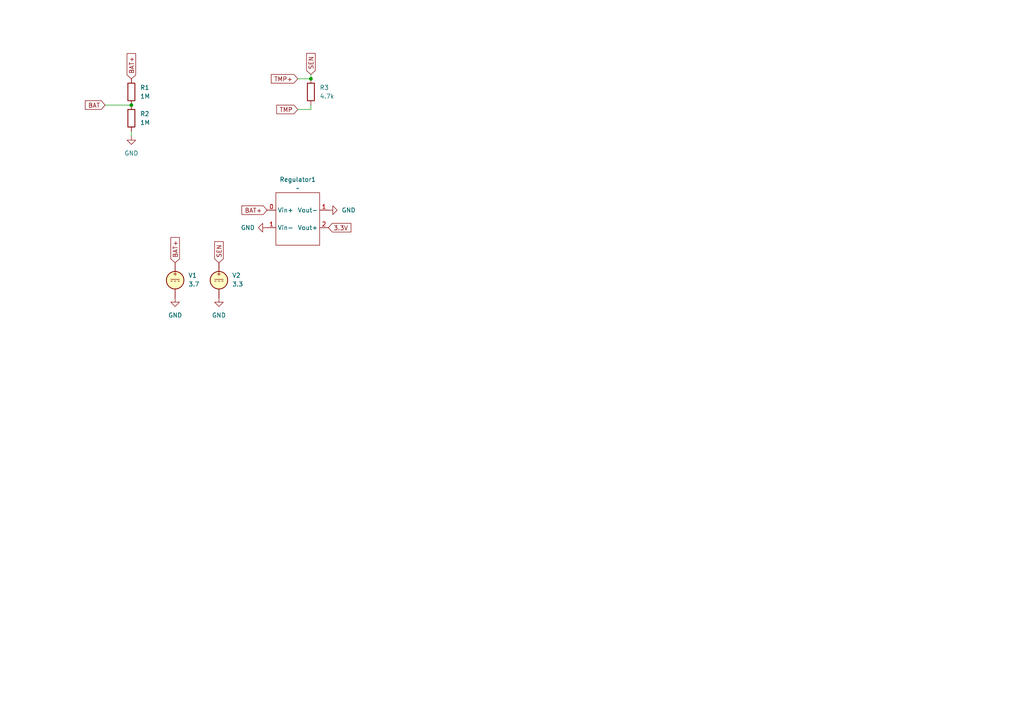
<source format=kicad_sch>
(kicad_sch (version 20250114) (generator "eeschema") (generator_version "9.0")
  (paper "A4")
  (lib_symbols
    (symbol "Device:R" (pin_numbers (hide yes)) (pin_names (offset 0))
      (property "Reference" "R" (at 2.032 0 90))
      (property "Value" "R" (at 0 0 90))
      (symbol "R_0_1"
        (rectangle (start -1.016 -2.54) (end 1.016 2.54) (stroke (width 0.254)))
      )
      (symbol "R_1_1"
        (pin passive line (at 0 3.81 270) (length 1.27) (name "~") (number "1"))
        (pin passive line (at 0 -3.81 90) (length 1.27) (name "~") (number "2"))
      )
    )
    (symbol "Simulation_SPICE:VDC" (pin_numbers (hide yes)) (pin_names (offset 0.0254))
      (property "Reference" "V" (at 2.54 2.54 0))
      (property "Value" "1" (at 2.54 0 0))
      (symbol "VDC_0_0"
        (polyline (pts (xy -1.27 0.254) (xy 1.27 0.254)))
        (polyline (pts (xy -0.762 -0.254) (xy -1.27 -0.254)))
        (polyline (pts (xy 0.254 -0.254) (xy -0.254 -0.254)))
        (polyline (pts (xy 1.27 -0.254) (xy 0.762 -0.254)))
        (text "+" (at 0 1.905 0) (effects (font (size 1.27 1.27))))
      )
      (symbol "VDC_0_1"
        (circle (center 0 0) (radius 2.54) (stroke (width 0.254)) (fill (type background)))
      )
      (symbol "VDC_1_1"
        (pin passive line (at 0 5.08 270) (length 2.54) (name "~") (number "1"))
        (pin passive line (at 0 -5.08 90) (length 2.54) (name "~") (number "2"))
      )
    )
    (symbol "custom:BuckBoost3.3V_0.85A"
      (property "Reference" "BuckBoost3.3V_0.85A" (at 0 0 0))
      (symbol "BuckBoost3.3V_0.85A_0_1"
        (rectangle (start -6.35 7.62) (end 6.35 -7.62))
      )
      (symbol "BuckBoost3.3V_0.85A_1_1"
        (pin input line (at -8.89 2.54 0) (length 2.54) (name "Vin+") (number "0"))
        (pin bidirectional line (at -8.89 -2.54 0) (length 2.54) (name "Vin-") (number "1"))
        (pin bidirectional line (at 8.89 2.54 180) (length 2.54) (name "Vout-") (number "1"))
        (pin output line (at 8.89 -2.54 180) (length 2.54) (name "Vout+") (number "2"))
      )
    )
    (symbol "power:GND" (power) (pin_numbers (hide yes)) (pin_names (offset 0) (hide yes))
      (property "Value" "GND" (at 0 -3.81 0))
      (symbol "GND_0_1"
        (polyline (pts (xy 0 0) (xy 0 -1.27) (xy 1.27 -1.27) (xy 0 -2.54) (xy -1.27 -1.27) (xy 0 -1.27)))
      )
      (symbol "GND_1_1"
        (pin power_in line (at 0 0 270) (length 0) (name "~") (number "1"))
      )
    )
  )
  (junction (at 38.1 30.48))
  (junction (at 90.17 22.86))
  (wire (pts (xy 38.1 39.37) (xy 38.1 38.1)))
  (wire (pts (xy 30.48 30.48) (xy 38.1 30.48)))
  (wire (pts (xy 86.36 31.75) (xy 90.17 31.75)))
  (wire (pts (xy 90.17 21.59) (xy 90.17 22.86)))
  (wire (pts (xy 86.36 22.86) (xy 90.17 22.86)))
  (wire (pts (xy 90.17 31.75) (xy 90.17 30.48)))
  (global_label "BAT" (shape input) (at 30.48 30.48 180) (property "Intersheetrefs" "${INTERSHEET_REFS}" (effects (hide yes))))
  (global_label "BAT+" (shape input) (at 77.47 60.96 180) (property "Intersheetrefs" "${INTERSHEET_REFS}" (effects (hide yes))))
  (global_label "SEN" (shape input) (at 90.17 21.59 90) (property "Intersheetrefs" "${INTERSHEET_REFS}" (effects (hide yes))))
  (global_label "TMP" (shape input) (at 86.36 31.75 180) (property "Intersheetrefs" "${INTERSHEET_REFS}" (effects (hide yes))))
  (global_label "BAT+" (shape input) (at 38.1 22.86 90) (property "Intersheetrefs" "${INTERSHEET_REFS}" (effects (hide yes))))
  (global_label "TMP+" (shape input) (at 86.36 22.86 180) (property "Intersheetrefs" "${INTERSHEET_REFS}" (effects (hide yes))))
  (global_label "SEN" (shape input) (at 63.5 76.2 90) (property "Intersheetrefs" "${INTERSHEET_REFS}" (effects (hide yes))))
  (global_label "BAT+" (shape input) (at 50.8 76.2 90) (property "Intersheetrefs" "${INTERSHEET_REFS}" (effects (hide yes))))
  (global_label "3.3V" (shape input) (at 95.25 66.04 0) (property "Intersheetrefs" "${INTERSHEET_REFS}" (effects (hide yes))))
  (symbol (lib_id "Simulation_SPICE:VDC") (at 50.8 81.28 0) (unit 1)
    (property "Reference" "V1" (at 54.61 79.8801 0) (effects (justify left)))
    (property "Value" "3.7" (at 54.61 82.4201 0) (effects (justify left)))
    (property "Datasheet" "https://ngspice.sourceforge.io/docs/ngspice-html-manual/manual.xhtml#sec_Independent_Sources_for" (effects (hide yes)))
    (property "Description" "Voltage source, DC" (effects (hide yes)))
    (property "Sim.Pins" "1=+ 2=-" (effects (hide yes)))
    (property "Sim.Type" "DC" (effects (hide yes)))
    (property "Sim.Device" "V" (effects (hide yes)))
  )
  (symbol (lib_id "custom:BuckBoost3.3V_0.85A") (at 86.36 63.5 0) (unit 1) (exclude_from_sim yes)
    (property "Reference" "Regulator1" (at 86.36 52.07 0))
    (property "Value" "~" (at 86.36 54.61 0))
    (property "Footprint" "custom:BuckBoost3.3V_0.85A" (effects (hide yes)))
  )
  (symbol (lib_id "power:GND") (at 63.5 86.36 0) (unit 1)
    (property "Reference" "#PWR03" (effects (hide yes)))
    (property "Value" "GND" (at 63.5 91.44 0))
    (property "Description" "Power symbol creates a global label with name \"GND\" , ground" (effects (hide yes)))
  )
  (symbol (lib_id "power:GND") (at 95.25 60.96 90) (unit 1)
    (property "Reference" "#PWR05" (effects (hide yes)))
    (property "Value" "GND" (at 99.06 60.9599 90) (effects (justify right)))
    (property "Description" "Power symbol creates a global label with name \"GND\" , ground" (effects (hide yes)))
  )
  (symbol (lib_id "Device:R") (at 38.1 34.29 0) (unit 1)
    (property "Reference" "R2" (at 40.64 33.0199 0) (effects (justify left)))
    (property "Value" "1M" (at 40.64 35.5599 0) (effects (justify left)))
    (property "Footprint" "Resistor_THT:R_Axial_DIN0207_L6.3mm_D2.5mm_P10.16mm_Horizontal" (effects (hide yes)))
    (property "Description" "Resistor" (effects (hide yes)))
  )
  (symbol (lib_id "power:GND") (at 50.8 86.36 0) (unit 1)
    (property "Reference" "#PWR02" (effects (hide yes)))
    (property "Value" "GND" (at 50.8 91.44 0))
    (property "Description" "Power symbol creates a global label with name \"GND\" , ground" (effects (hide yes)))
  )
  (symbol (lib_id "power:GND") (at 77.47 66.04 270) (unit 1)
    (property "Reference" "#PWR04" (effects (hide yes)))
    (property "Value" "GND" (at 71.882 66.04 90))
    (property "Description" "Power symbol creates a global label with name \"GND\" , ground" (effects (hide yes)))
  )
  (symbol (lib_id "Simulation_SPICE:VDC") (at 63.5 81.28 0) (unit 1)
    (property "Reference" "V2" (at 67.31 79.8801 0) (effects (justify left)))
    (property "Value" "3.3" (at 67.31 82.4201 0) (effects (justify left)))
    (property "Datasheet" "https://ngspice.sourceforge.io/docs/ngspice-html-manual/manual.xhtml#sec_Independent_Sources_for" (effects (hide yes)))
    (property "Description" "Voltage source, DC" (effects (hide yes)))
    (property "Sim.Pins" "1=+ 2=-" (effects (hide yes)))
    (property "Sim.Type" "DC" (effects (hide yes)))
    (property "Sim.Device" "V" (effects (hide yes)))
  )
  (symbol (lib_id "Device:R") (at 90.17 26.67 0) (unit 1)
    (property "Reference" "R3" (at 92.71 25.3999 0) (effects (justify left)))
    (property "Value" "4.7k" (at 92.71 27.9399 0) (effects (justify left)))
    (property "Footprint" "Resistor_THT:R_Axial_DIN0207_L6.3mm_D2.5mm_P10.16mm_Horizontal" (effects (hide yes)))
    (property "Description" "Resistor" (effects (hide yes)))
  )
  (symbol (lib_id "Device:R") (at 38.1 26.67 0) (unit 1)
    (property "Reference" "R1" (at 40.64 25.3999 0) (effects (justify left)))
    (property "Value" "1M" (at 40.64 27.9399 0) (effects (justify left)))
    (property "Footprint" "Resistor_THT:R_Axial_DIN0207_L6.3mm_D2.5mm_P10.16mm_Horizontal" (effects (hide yes)))
    (property "Description" "Resistor" (effects (hide yes)))
  )
  (symbol (lib_id "power:GND") (at 38.1 39.37 0) (unit 1)
    (property "Reference" "#PWR01" (effects (hide yes)))
    (property "Value" "GND" (at 38.1 44.45 0))
    (property "Description" "Power symbol creates a global label with name \"GND\" , ground" (effects (hide yes)))
  )
)
</source>
